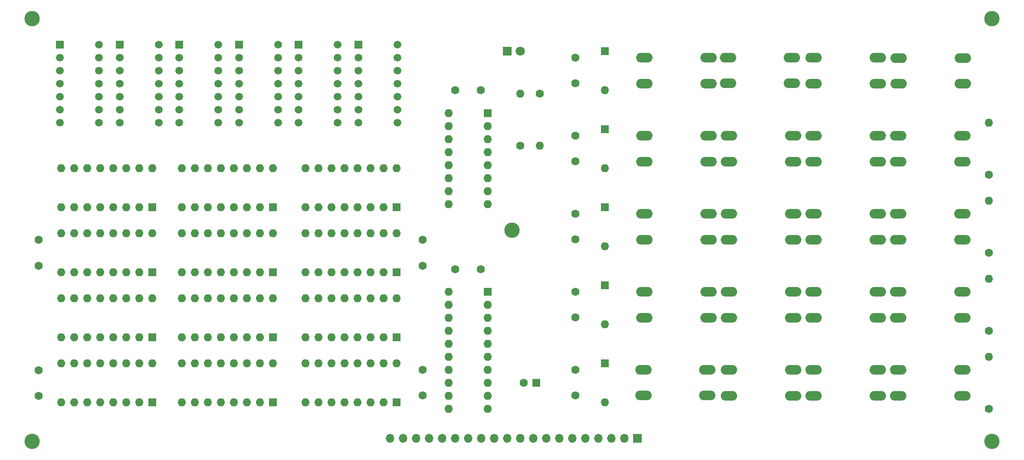
<source format=gts>
G04 #@! TF.GenerationSoftware,KiCad,Pcbnew,8.0.9-8.0.9-0~ubuntu22.04.1*
G04 #@! TF.CreationDate,2025-05-11T08:50:37+10:00*
G04 #@! TF.ProjectId,Generic_Front_Panel,47656e65-7269-4635-9f46-726f6e745f50,rev?*
G04 #@! TF.SameCoordinates,Original*
G04 #@! TF.FileFunction,Soldermask,Top*
G04 #@! TF.FilePolarity,Negative*
%FSLAX46Y46*%
G04 Gerber Fmt 4.6, Leading zero omitted, Abs format (unit mm)*
G04 Created by KiCad (PCBNEW 8.0.9-8.0.9-0~ubuntu22.04.1) date 2025-05-11 08:50:37*
%MOMM*%
%LPD*%
G01*
G04 APERTURE LIST*
%ADD10O,3.200000X1.900000*%
%ADD11R,1.500000X1.500000*%
%ADD12C,1.500000*%
%ADD13C,3.000000*%
%ADD14R,1.800000X1.800000*%
%ADD15C,1.800000*%
%ADD16R,1.600000X1.600000*%
%ADD17O,1.600000X1.600000*%
%ADD18C,1.600000*%
%ADD19R,1.700000X1.700000*%
%ADD20O,1.700000X1.700000*%
G04 APERTURE END LIST*
D10*
G04 #@! TO.C,SW4*
X171550000Y-83860000D03*
X184050000Y-83860000D03*
X171550000Y-88860000D03*
X184050000Y-88860000D03*
G04 #@! TD*
G04 #@! TO.C,SW19*
X221080000Y-83860000D03*
X233580000Y-83860000D03*
X221080000Y-88860000D03*
X233580000Y-88860000D03*
G04 #@! TD*
D11*
G04 #@! TO.C,U11*
X104077500Y-50800000D03*
D12*
X104077500Y-53340000D03*
X104077500Y-55880000D03*
X104077500Y-58420000D03*
X104077500Y-60960000D03*
X104077500Y-63500000D03*
X104077500Y-66040000D03*
X111697500Y-66040000D03*
X111697500Y-63500000D03*
X111697500Y-60960000D03*
X111697500Y-58420000D03*
X111697500Y-55880000D03*
X111697500Y-53340000D03*
X111697500Y-50800000D03*
G04 #@! TD*
D10*
G04 #@! TO.C,SW18*
X221080000Y-99100000D03*
X233580000Y-99100000D03*
X221080000Y-104100000D03*
X233580000Y-104100000D03*
G04 #@! TD*
G04 #@! TO.C,SW15*
X204570000Y-68620000D03*
X217070000Y-68620000D03*
X204570000Y-73620000D03*
X217070000Y-73620000D03*
G04 #@! TD*
G04 #@! TO.C,SW14*
X204570000Y-83860000D03*
X217070000Y-83860000D03*
X204570000Y-88860000D03*
X217070000Y-88860000D03*
G04 #@! TD*
G04 #@! TO.C,SW8*
X188060000Y-99100000D03*
X200560000Y-99100000D03*
X188060000Y-104100000D03*
X200560000Y-104100000D03*
G04 #@! TD*
D13*
G04 #@! TO.C,H5*
X145732500Y-86995000D03*
G04 #@! TD*
D11*
G04 #@! TO.C,U10*
X92442500Y-50800000D03*
D12*
X92442500Y-53340000D03*
X92442500Y-55880000D03*
X92442500Y-58420000D03*
X92442500Y-60960000D03*
X92442500Y-63500000D03*
X92442500Y-66040000D03*
X100062500Y-66040000D03*
X100062500Y-63500000D03*
X100062500Y-60960000D03*
X100062500Y-58420000D03*
X100062500Y-55880000D03*
X100062500Y-53340000D03*
X100062500Y-50800000D03*
G04 #@! TD*
D10*
G04 #@! TO.C,SW13*
X204570000Y-99100000D03*
X217070000Y-99100000D03*
X204570000Y-104100000D03*
X217070000Y-104100000D03*
G04 #@! TD*
D14*
G04 #@! TO.C,D1*
X144775000Y-52070000D03*
D15*
X147315000Y-52070000D03*
G04 #@! TD*
D10*
G04 #@! TO.C,SW11*
X187860000Y-53300000D03*
X200360000Y-53300000D03*
X187860000Y-58300000D03*
X200360000Y-58300000D03*
G04 #@! TD*
G04 #@! TO.C,SW17*
X221080000Y-114340000D03*
X233580000Y-114340000D03*
X221080000Y-119340000D03*
X233580000Y-119340000D03*
G04 #@! TD*
G04 #@! TO.C,SW2*
X171350000Y-114260000D03*
X183850000Y-114260000D03*
X171350000Y-119260000D03*
X183850000Y-119260000D03*
G04 #@! TD*
G04 #@! TO.C,SW1*
X221180000Y-53420000D03*
X233680000Y-53420000D03*
X221180000Y-58420000D03*
X233680000Y-58420000D03*
G04 #@! TD*
D11*
G04 #@! TO.C,U5*
X69172500Y-50800000D03*
D12*
X69172500Y-53340000D03*
X69172500Y-55880000D03*
X69172500Y-58420000D03*
X69172500Y-60960000D03*
X69172500Y-63500000D03*
X69172500Y-66040000D03*
X76792500Y-66040000D03*
X76792500Y-63500000D03*
X76792500Y-60960000D03*
X76792500Y-58420000D03*
X76792500Y-55880000D03*
X76792500Y-53340000D03*
X76792500Y-50800000D03*
G04 #@! TD*
D10*
G04 #@! TO.C,SW7*
X188060000Y-114340000D03*
X200560000Y-114340000D03*
X188060000Y-119340000D03*
X200560000Y-119340000D03*
G04 #@! TD*
G04 #@! TO.C,SW6*
X171550000Y-53380000D03*
X184050000Y-53380000D03*
X171550000Y-58380000D03*
X184050000Y-58380000D03*
G04 #@! TD*
D13*
G04 #@! TO.C,H3*
X239395000Y-128270000D03*
G04 #@! TD*
D10*
G04 #@! TO.C,SW10*
X188060000Y-68620000D03*
X200560000Y-68620000D03*
X188060000Y-73620000D03*
X200560000Y-73620000D03*
G04 #@! TD*
D13*
G04 #@! TO.C,H2*
X239395000Y-45720000D03*
G04 #@! TD*
D10*
G04 #@! TO.C,SW9*
X188060000Y-83860000D03*
X200560000Y-83860000D03*
X188060000Y-88860000D03*
X200560000Y-88860000D03*
G04 #@! TD*
D13*
G04 #@! TO.C,H1*
X52070000Y-45720000D03*
G04 #@! TD*
D11*
G04 #@! TO.C,U12*
X115712500Y-50800000D03*
D12*
X115712500Y-53340000D03*
X115712500Y-55880000D03*
X115712500Y-58420000D03*
X115712500Y-60960000D03*
X115712500Y-63500000D03*
X115712500Y-66040000D03*
X123332500Y-66040000D03*
X123332500Y-63500000D03*
X123332500Y-60960000D03*
X123332500Y-58420000D03*
X123332500Y-55880000D03*
X123332500Y-53340000D03*
X123332500Y-50800000D03*
G04 #@! TD*
D10*
G04 #@! TO.C,SW5*
X171550000Y-68620000D03*
X184050000Y-68620000D03*
X171550000Y-73620000D03*
X184050000Y-73620000D03*
G04 #@! TD*
G04 #@! TO.C,SW16*
X204570000Y-53380000D03*
X217070000Y-53380000D03*
X204570000Y-58380000D03*
X217070000Y-58380000D03*
G04 #@! TD*
D11*
G04 #@! TO.C,U4*
X57537500Y-50800000D03*
D12*
X57537500Y-53340000D03*
X57537500Y-55880000D03*
X57537500Y-58420000D03*
X57537500Y-60960000D03*
X57537500Y-63500000D03*
X57537500Y-66040000D03*
X65157500Y-66040000D03*
X65157500Y-63500000D03*
X65157500Y-60960000D03*
X65157500Y-58420000D03*
X65157500Y-55880000D03*
X65157500Y-53340000D03*
X65157500Y-50800000D03*
G04 #@! TD*
D10*
G04 #@! TO.C,SW3*
X171550000Y-99100000D03*
X184050000Y-99100000D03*
X171550000Y-104100000D03*
X184050000Y-104100000D03*
G04 #@! TD*
G04 #@! TO.C,SW20*
X221080000Y-68620000D03*
X233580000Y-68620000D03*
X221080000Y-73620000D03*
X233580000Y-73620000D03*
G04 #@! TD*
D11*
G04 #@! TO.C,U6*
X80807500Y-50800000D03*
D12*
X80807500Y-53340000D03*
X80807500Y-55880000D03*
X80807500Y-58420000D03*
X80807500Y-60960000D03*
X80807500Y-63500000D03*
X80807500Y-66040000D03*
X88427500Y-66040000D03*
X88427500Y-63500000D03*
X88427500Y-60960000D03*
X88427500Y-58420000D03*
X88427500Y-55880000D03*
X88427500Y-53340000D03*
X88427500Y-50800000D03*
G04 #@! TD*
D10*
G04 #@! TO.C,SW12*
X204570000Y-114340000D03*
X217070000Y-114340000D03*
X204570000Y-119340000D03*
X217070000Y-119340000D03*
G04 #@! TD*
D13*
G04 #@! TO.C,H4*
X52070000Y-128270000D03*
G04 #@! TD*
D16*
G04 #@! TO.C,RN6*
X123175000Y-107950000D03*
D17*
X120635000Y-107950000D03*
X118095000Y-107950000D03*
X115555000Y-107950000D03*
X113015000Y-107950000D03*
X110475000Y-107950000D03*
X107935000Y-107950000D03*
X105395000Y-107950000D03*
X105395000Y-100330000D03*
X107935000Y-100330000D03*
X110475000Y-100330000D03*
X113015000Y-100330000D03*
X115555000Y-100330000D03*
X118095000Y-100330000D03*
X120635000Y-100330000D03*
X123175000Y-100330000D03*
G04 #@! TD*
D16*
G04 #@! TO.C,U2*
X75565000Y-120650000D03*
D17*
X73025000Y-120650000D03*
X70485000Y-120650000D03*
X67945000Y-120650000D03*
X65405000Y-120650000D03*
X62865000Y-120650000D03*
X60325000Y-120650000D03*
X57785000Y-120650000D03*
X57785000Y-113030000D03*
X60325000Y-113030000D03*
X62865000Y-113030000D03*
X65405000Y-113030000D03*
X67945000Y-113030000D03*
X70485000Y-113030000D03*
X73025000Y-113030000D03*
X75565000Y-113030000D03*
G04 #@! TD*
D18*
G04 #@! TO.C,C7*
X158115000Y-104060000D03*
X158115000Y-99060000D03*
G04 #@! TD*
D16*
G04 #@! TO.C,RN2*
X75565000Y-107950000D03*
D17*
X73025000Y-107950000D03*
X70485000Y-107950000D03*
X67945000Y-107950000D03*
X65405000Y-107950000D03*
X62865000Y-107950000D03*
X60325000Y-107950000D03*
X57785000Y-107950000D03*
X57785000Y-100330000D03*
X60325000Y-100330000D03*
X62865000Y-100330000D03*
X65405000Y-100330000D03*
X67945000Y-100330000D03*
X70485000Y-100330000D03*
X73025000Y-100330000D03*
X75565000Y-100330000D03*
G04 #@! TD*
D16*
G04 #@! TO.C,U9*
X123175000Y-120650000D03*
D17*
X120635000Y-120650000D03*
X118095000Y-120650000D03*
X115555000Y-120650000D03*
X113015000Y-120650000D03*
X110475000Y-120650000D03*
X107935000Y-120650000D03*
X105395000Y-120650000D03*
X105395000Y-113030000D03*
X107935000Y-113030000D03*
X110475000Y-113030000D03*
X113015000Y-113030000D03*
X115555000Y-113030000D03*
X118095000Y-113030000D03*
X120635000Y-113030000D03*
X123175000Y-113030000D03*
G04 #@! TD*
D18*
G04 #@! TO.C,C3*
X128270000Y-88940000D03*
X128270000Y-93940000D03*
G04 #@! TD*
D16*
G04 #@! TO.C,D6*
X163830000Y-52070000D03*
D17*
X163830000Y-59690000D03*
G04 #@! TD*
D19*
G04 #@! TO.C,J1*
X170180000Y-127635000D03*
D20*
X167640000Y-127635000D03*
X165100000Y-127635000D03*
X162560000Y-127635000D03*
X160020000Y-127635000D03*
X157480000Y-127635000D03*
X154940000Y-127635000D03*
X152400000Y-127635000D03*
X149860000Y-127635000D03*
X147320000Y-127635000D03*
X144780000Y-127635000D03*
X142240000Y-127635000D03*
X139700000Y-127635000D03*
X137160000Y-127635000D03*
X134620000Y-127635000D03*
X132080000Y-127635000D03*
X129540000Y-127635000D03*
X127000000Y-127635000D03*
X124460000Y-127635000D03*
X121920000Y-127635000D03*
G04 #@! TD*
D16*
G04 #@! TO.C,U8*
X123190000Y-95240000D03*
D17*
X120650000Y-95240000D03*
X118110000Y-95240000D03*
X115570000Y-95240000D03*
X113030000Y-95240000D03*
X110490000Y-95240000D03*
X107950000Y-95240000D03*
X105410000Y-95240000D03*
X105410000Y-87620000D03*
X107950000Y-87620000D03*
X110490000Y-87620000D03*
X113030000Y-87620000D03*
X115570000Y-87620000D03*
X118110000Y-87620000D03*
X120650000Y-87620000D03*
X123190000Y-87620000D03*
G04 #@! TD*
D16*
G04 #@! TO.C,RN1*
X75565000Y-82550000D03*
D17*
X73025000Y-82550000D03*
X70485000Y-82550000D03*
X67945000Y-82550000D03*
X65405000Y-82550000D03*
X62865000Y-82550000D03*
X60325000Y-82550000D03*
X57785000Y-82550000D03*
X57785000Y-74930000D03*
X60325000Y-74930000D03*
X62865000Y-74930000D03*
X65405000Y-74930000D03*
X67945000Y-74930000D03*
X70485000Y-74930000D03*
X73025000Y-74930000D03*
X75565000Y-74930000D03*
G04 #@! TD*
D18*
G04 #@! TO.C,C10*
X158115000Y-58340000D03*
X158115000Y-53340000D03*
G04 #@! TD*
D16*
G04 #@! TO.C,U7*
X99060000Y-120650000D03*
D17*
X96520000Y-120650000D03*
X93980000Y-120650000D03*
X91440000Y-120650000D03*
X88900000Y-120650000D03*
X86360000Y-120650000D03*
X83820000Y-120650000D03*
X81280000Y-120650000D03*
X81280000Y-113030000D03*
X83820000Y-113030000D03*
X86360000Y-113030000D03*
X88900000Y-113030000D03*
X91440000Y-113030000D03*
X93980000Y-113030000D03*
X96520000Y-113030000D03*
X99060000Y-113030000D03*
G04 #@! TD*
D16*
G04 #@! TO.C,U14*
X140970000Y-99060000D03*
D17*
X140970000Y-101600000D03*
X140970000Y-104140000D03*
X140970000Y-106680000D03*
X140970000Y-109220000D03*
X140970000Y-111760000D03*
X140970000Y-114300000D03*
X140970000Y-116840000D03*
X140970000Y-119380000D03*
X140970000Y-121920000D03*
X133350000Y-121920000D03*
X133350000Y-119380000D03*
X133350000Y-116840000D03*
X133350000Y-114300000D03*
X133350000Y-111760000D03*
X133350000Y-109220000D03*
X133350000Y-106680000D03*
X133350000Y-104140000D03*
X133350000Y-101600000D03*
X133350000Y-99060000D03*
G04 #@! TD*
D18*
G04 #@! TO.C,R4*
X238760000Y-106680000D03*
D17*
X238760000Y-96520000D03*
G04 #@! TD*
D18*
G04 #@! TO.C,C11*
X134620000Y-94615000D03*
X139620000Y-94615000D03*
G04 #@! TD*
D16*
G04 #@! TO.C,D2*
X163830000Y-113030000D03*
D17*
X163830000Y-120650000D03*
G04 #@! TD*
D16*
G04 #@! TO.C,D5*
X163830000Y-67310000D03*
D17*
X163830000Y-74930000D03*
G04 #@! TD*
D18*
G04 #@! TO.C,R6*
X151130000Y-60325000D03*
D17*
X151130000Y-70485000D03*
G04 #@! TD*
D18*
G04 #@! TO.C,C2*
X53340000Y-114380000D03*
X53340000Y-119380000D03*
G04 #@! TD*
D16*
G04 #@! TO.C,D4*
X163830000Y-82550000D03*
D17*
X163830000Y-90170000D03*
G04 #@! TD*
D18*
G04 #@! TO.C,C5*
X134660000Y-59690000D03*
X139660000Y-59690000D03*
G04 #@! TD*
D16*
G04 #@! TO.C,U1*
X75565000Y-95250000D03*
D17*
X73025000Y-95250000D03*
X70485000Y-95250000D03*
X67945000Y-95250000D03*
X65405000Y-95250000D03*
X62865000Y-95250000D03*
X60325000Y-95250000D03*
X57785000Y-95250000D03*
X57785000Y-87630000D03*
X60325000Y-87630000D03*
X62865000Y-87630000D03*
X65405000Y-87630000D03*
X67945000Y-87630000D03*
X70485000Y-87630000D03*
X73025000Y-87630000D03*
X75565000Y-87630000D03*
G04 #@! TD*
D16*
G04 #@! TO.C,RN3*
X99075000Y-82550000D03*
D17*
X96535000Y-82550000D03*
X93995000Y-82550000D03*
X91455000Y-82550000D03*
X88915000Y-82550000D03*
X86375000Y-82550000D03*
X83835000Y-82550000D03*
X81295000Y-82550000D03*
X81295000Y-74930000D03*
X83835000Y-74930000D03*
X86375000Y-74930000D03*
X88915000Y-74930000D03*
X91455000Y-74930000D03*
X93995000Y-74930000D03*
X96535000Y-74930000D03*
X99075000Y-74930000D03*
G04 #@! TD*
D18*
G04 #@! TO.C,C4*
X128270000Y-114300000D03*
X128270000Y-119300000D03*
G04 #@! TD*
G04 #@! TO.C,C6*
X158115000Y-119300000D03*
X158115000Y-114300000D03*
G04 #@! TD*
D16*
G04 #@! TO.C,C12*
X150495000Y-116840000D03*
D18*
X147995000Y-116840000D03*
G04 #@! TD*
D16*
G04 #@! TO.C,U13*
X140970000Y-64135000D03*
D17*
X140970000Y-66675000D03*
X140970000Y-69215000D03*
X140970000Y-71755000D03*
X140970000Y-74295000D03*
X140970000Y-76835000D03*
X140970000Y-79375000D03*
X140970000Y-81915000D03*
X133350000Y-81915000D03*
X133350000Y-79375000D03*
X133350000Y-76835000D03*
X133350000Y-74295000D03*
X133350000Y-71755000D03*
X133350000Y-69215000D03*
X133350000Y-66675000D03*
X133350000Y-64135000D03*
G04 #@! TD*
D18*
G04 #@! TO.C,C1*
X53340000Y-88940000D03*
X53340000Y-93940000D03*
G04 #@! TD*
G04 #@! TO.C,R5*
X238760000Y-121920000D03*
D17*
X238760000Y-111760000D03*
G04 #@! TD*
D18*
G04 #@! TO.C,C8*
X158115000Y-88820000D03*
X158115000Y-83820000D03*
G04 #@! TD*
G04 #@! TO.C,R3*
X238760000Y-91440000D03*
D17*
X238760000Y-81280000D03*
G04 #@! TD*
D16*
G04 #@! TO.C,U3*
X99060000Y-95250000D03*
D17*
X96520000Y-95250000D03*
X93980000Y-95250000D03*
X91440000Y-95250000D03*
X88900000Y-95250000D03*
X86360000Y-95250000D03*
X83820000Y-95250000D03*
X81280000Y-95250000D03*
X81280000Y-87630000D03*
X83820000Y-87630000D03*
X86360000Y-87630000D03*
X88900000Y-87630000D03*
X91440000Y-87630000D03*
X93980000Y-87630000D03*
X96520000Y-87630000D03*
X99060000Y-87630000D03*
G04 #@! TD*
D16*
G04 #@! TO.C,D3*
X163830000Y-97790000D03*
D17*
X163830000Y-105410000D03*
G04 #@! TD*
D16*
G04 #@! TO.C,RN4*
X99060000Y-107950000D03*
D17*
X96520000Y-107950000D03*
X93980000Y-107950000D03*
X91440000Y-107950000D03*
X88900000Y-107950000D03*
X86360000Y-107950000D03*
X83820000Y-107950000D03*
X81280000Y-107950000D03*
X81280000Y-100330000D03*
X83820000Y-100330000D03*
X86360000Y-100330000D03*
X88900000Y-100330000D03*
X91440000Y-100330000D03*
X93980000Y-100330000D03*
X96520000Y-100330000D03*
X99060000Y-100330000D03*
G04 #@! TD*
D18*
G04 #@! TO.C,C9*
X158115000Y-73580000D03*
X158115000Y-68580000D03*
G04 #@! TD*
G04 #@! TO.C,R1*
X147320000Y-70485000D03*
D17*
X147320000Y-60325000D03*
G04 #@! TD*
D16*
G04 #@! TO.C,RN5*
X123175000Y-82550000D03*
D17*
X120635000Y-82550000D03*
X118095000Y-82550000D03*
X115555000Y-82550000D03*
X113015000Y-82550000D03*
X110475000Y-82550000D03*
X107935000Y-82550000D03*
X105395000Y-82550000D03*
X105395000Y-74930000D03*
X107935000Y-74930000D03*
X110475000Y-74930000D03*
X113015000Y-74930000D03*
X115555000Y-74930000D03*
X118095000Y-74930000D03*
X120635000Y-74930000D03*
X123175000Y-74930000D03*
G04 #@! TD*
D18*
G04 #@! TO.C,R2*
X238760000Y-76200000D03*
D17*
X238760000Y-66040000D03*
G04 #@! TD*
M02*

</source>
